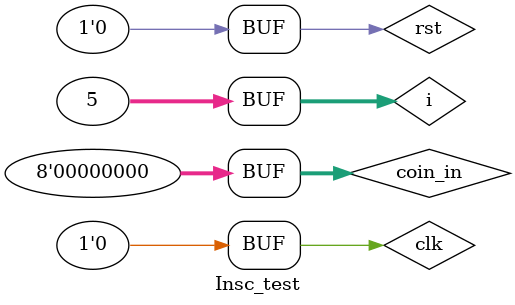
<source format=v>
module Insc_test;

reg clk, rst;
wire out_RDY3, state_cmp3;
wire [7:0] DATA_out3;
reg [7:0] coin_in;
integer i;

Ins_coin insct(.clk(clk), .rst(rst), .coin_in(coin_in), .state_cmp3(state_cmp3), .out_RDY3(out_RDY3), .DATA_out3(DATA_out3));

initial 
	begin
	     clk = 0;
	     rst = 1; 
	#10  clk = 1;
	     rst = 0;	     
	#10  clk = 0;
	#10  clk = 1;
	     coin_in = 4'b0001;
	#10  clk = 0;
	#10  clk = 1;
	     coin_in = 4'b0000;
	#10  clk = 0;
	
	for(i=0;i<5;i=i+1) begin
		#10 clk = 1;
		#10 clk = 0;
		end

	#10  clk = 0;
	#10  clk = 1;
	     coin_in = 4'b0100;
	#10  clk = 0;
	#10  clk = 1;
	     coin_in = 4'b0000;
	#10  clk = 0;
	
	for(i=0;i<5;i=i+1) begin
		#10 clk = 1;
		#10 clk = 0;
		end
	end
endmodule

</source>
